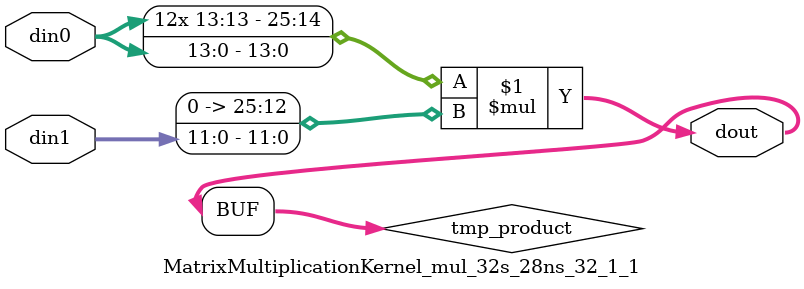
<source format=v>

`timescale 1 ns / 1 ps

 module MatrixMultiplicationKernel_mul_32s_28ns_32_1_1(din0, din1, dout);
parameter ID = 1;
parameter NUM_STAGE = 0;
parameter din0_WIDTH = 14;
parameter din1_WIDTH = 12;
parameter dout_WIDTH = 26;

input [din0_WIDTH - 1 : 0] din0; 
input [din1_WIDTH - 1 : 0] din1; 
output [dout_WIDTH - 1 : 0] dout;

wire signed [dout_WIDTH - 1 : 0] tmp_product;


























assign tmp_product = $signed(din0) * $signed({1'b0, din1});









assign dout = tmp_product;





















endmodule

</source>
